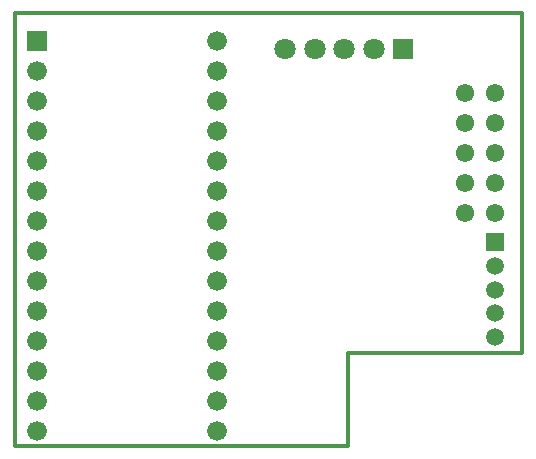
<source format=gbs>
G04 DesignSpark PCB Gerber Version 11.0 Build 5877*
%FSLAX35Y35*%
%MOIN*%
%ADD97R,0.05915X0.05915*%
%ADD27R,0.06600X0.06600*%
%ADD22R,0.07096X0.07096*%
%ADD10C,0.01200*%
%ADD98C,0.05915*%
%ADD94C,0.06100*%
%ADD26C,0.06600*%
%ADD23C,0.07096*%
X0Y0D02*
D02*
D10*
X2937Y2652D02*
X114222D01*
Y33756D01*
X172053D01*
Y147229D01*
X2937D01*
Y2652D01*
D02*
D22*
X132506Y135195D03*
D02*
D23*
X93136D03*
X102978D03*
X112821D03*
X122663D03*
D02*
D26*
X10500Y7800D03*
Y17800D03*
Y27800D03*
Y37800D03*
Y47800D03*
Y57800D03*
Y67800D03*
Y77800D03*
Y87800D03*
Y97800D03*
Y107800D03*
Y117800D03*
Y127800D03*
X70500Y7800D03*
Y17800D03*
Y27800D03*
Y37800D03*
Y47800D03*
Y57800D03*
Y67800D03*
Y77800D03*
Y87800D03*
Y97800D03*
Y107800D03*
Y117800D03*
Y127800D03*
Y137800D03*
D02*
D27*
X10500D03*
D02*
D94*
X153141Y80502D03*
Y90502D03*
Y100502D03*
Y110502D03*
Y120502D03*
X163141Y80502D03*
Y90502D03*
Y100502D03*
Y110502D03*
Y120502D03*
D02*
D97*
X162987Y70643D03*
D02*
D98*
Y39146D03*
Y47020D03*
Y54894D03*
Y62769D03*
X0Y0D02*
M02*

</source>
